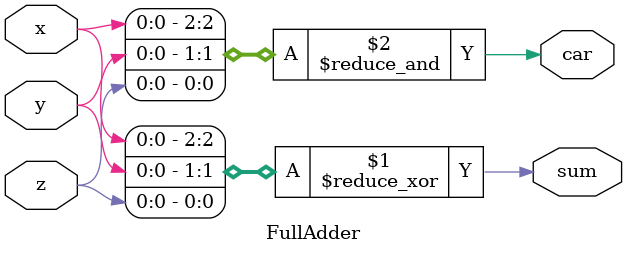
<source format=sv>

module FullAdder #(
    
) (
    input logic x, y, z,
    output logic sum, car
);

    assign sum = ^{x,y,z};
    assign car = &{x,y,z};
    
endmodule
</source>
